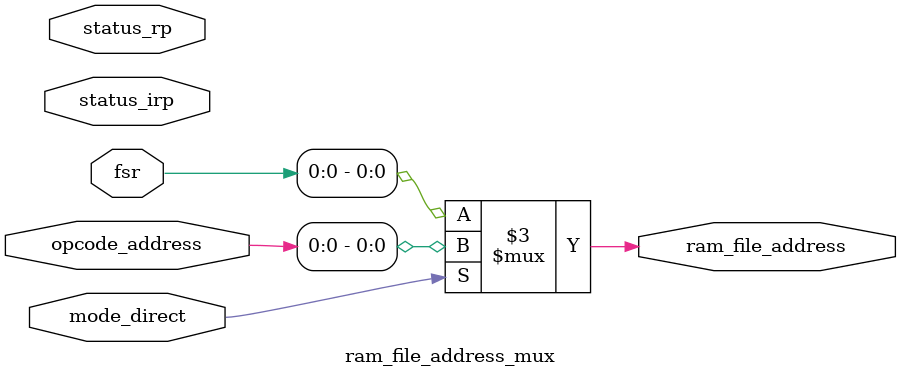
<source format=v>
module ram_file_address_mux(
	input wire mode_direct, //if 1, mux uses direct addressing (using opcode)
									//if 0, mux uses indirect addressing (using FSR)
	
	input wire [1:0] status_rp,
	input wire [6:0] opcode_address,
	
	input wire status_irp,
	input wire [7:0] fsr,
	
	output reg ram_file_address
);

always @* begin
	if(mode_direct)
		ram_file_address = {status_rp, opcode_address};
	else
		ram_file_address = {status_irp, fsr};
end

endmodule

</source>
